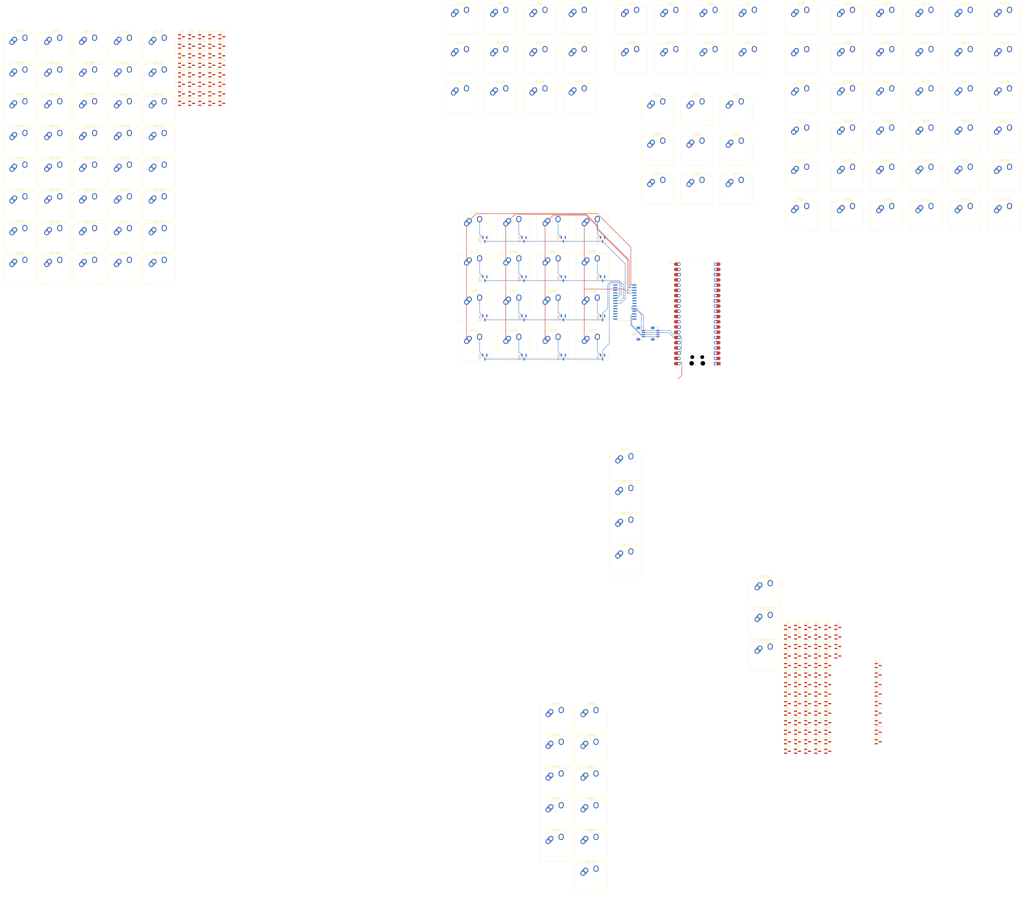
<source format=kicad_pcb>
(kicad_pcb (version 20241229) (generator "pcbnew") (generator_version "9.0")
  (layers (0 "F.Cu" signal) (2 "B.Cu" signal) (13 "F.Paste" user) (15 "B.Paste" user) (5 "F.SilkS" user "F.Silkscreen") (7 "B.SilkS" user "B.Silkscreen") (1 "F.Mask" user) (3 "B.Mask" user) (25 "Edge.Cuts" user))
  (net 0 "")
  (net 33 "ROW1")
  (net 34 "Net-(D1-A)")
  (net 35 "Net-(D2-A)")
  (net 36 "Net-(D3-A)")
  (net 37 "Net-(D4-A)")
  (net 38 "Net-(D5-A)")
  (net 39 "Net-(D6-A)")
  (net 40 "Net-(D7-A)")
  (net 41 "Net-(D8-A)")
  (net 42 "Net-(D9-A)")
  (net 43 "Net-(D10-A)")
  (net 44 "Net-(D11-A)")
  (net 45 "Net-(D12-A)")
  (net 46 "Net-(D13-A)")
  (net 47 "Net-(D14-A)")
  (net 48 "ROW2")
  (net 49 "Net-(D15-A)")
  (net 50 "Net-(D16-A)")
  (net 51 "Net-(D17-A)")
  (net 52 "Net-(D18-A)")
  (net 53 "Net-(D19-A)")
  (net 54 "ROW3")
  (net 55 "Net-(D20-A)")
  (net 56 "Net-(D21-A)")
  (net 57 "Net-(D22-A)")
  (net 58 "Net-(D23-A)")
  (net 59 "ROW4")
  (net 60 "Net-(D24-A)")
  (net 61 "Net-(D25-A)")
  (net 62 "Net-(D26-A)")
  (net 63 "Net-(D27-A)")
  (net 64 "Net-(D28-A)")
  (net 65 "ROW5")
  (net 66 "Net-(D29-A)")
  (net 67 "Net-(D30-A)")
  (net 68 "Net-(D31-A)")
  (net 69 "Net-(D32-A)")
  (net 70 "Net-(D33-A)")
  (net 71 "ROW6")
  (net 72 "Net-(D34-A)")
  (net 73 "Net-(D35-A)")
  (net 74 "Net-(D36-A)")
  (net 75 "Net-(D37-A)")
  (net 76 "Net-(D38-A)")
  (net 77 "Net-(D39-A)")
  (net 78 "Net-(D40-A)")
  (net 79 "Net-(D41-A)")
  (net 80 "Net-(D42-A)")
  (net 81 "Net-(D43-A)")
  (net 82 "Net-(D44-A)")
  (net 83 "Net-(D45-A)")
  (net 84 "Net-(D46-A)")
  (net 85 "Net-(D47-A)")
  (net 86 "Net-(D48-A)")
  (net 87 "Net-(D49-A)")
  (net 88 "Net-(D50-A)")
  (net 89 "Net-(D51-A)")
  (net 90 "Net-(D52-A)")
  (net 91 "Net-(D53-A)")
  (net 92 "Net-(D54-A)")
  (net 93 "Net-(D55-A)")
  (net 94 "Net-(D56-A)")
  (net 95 "Net-(D57-A)")
  (net 96 "Net-(D58-A)")
  (net 98 "Net-(D59-A)")
  (net 99 "Net-(D60-A)")
  (net 102 "Net-(D61-A)")
  (net 103 "Net-(D62-A)")
  (net 104 "Net-(D63-A)")
  (net 105 "Net-(D64-A)")
  (net 106 "Net-(D65-A)")
  (net 107 "Net-(D66-A)")
  (net 108 "Net-(D67-A)")
  (net 109 "Net-(D68-A)")
  (net 110 "Net-(D69-A)")
  (net 111 "Net-(D70-A)")
  (net 112 "Net-(D71-A)")
  (net 113 "Net-(D72-A)")
  (net 114 "Net-(D73-A)")
  (net 115 "Net-(D74-A)")
  (net 116 "/4x4Test/Row1")
  (net 117 "Net-(D75-A)")
  (net 118 "Net-(D76-A)")
  (net 119 "Net-(D77-A)")
  (net 120 "Net-(D78-A)")
  (net 121 "Net-(D79-A)")
  (net 122 "/4x4Test/Row2")
  (net 123 "Net-(D80-A)")
  (net 124 "Net-(D81-A)")
  (net 125 "Net-(D82-A)")
  (net 126 "Net-(D83-A)")
  (net 127 "/4x4Test/Row3")
  (net 128 "Net-(D84-A)")
  (net 129 "Net-(D85-A)")
  (net 130 "Net-(D86-A)")
  (net 131 "Net-(D87-A)")
  (net 132 "/4x4Test/Row4")
  (net 133 "Net-(D88-A)")
  (net 134 "Net-(D89-A)")
  (net 135 "Net-(D90-A)")
  (net 136 "Net-(D91-A)")
  (net 137 "Net-(D92-A)")
  (net 138 "Net-(D93-A)")
  (net 139 "Net-(D94-A)")
  (net 140 "Net-(D95-A)")
  (net 141 "Net-(D96-A)")
  (net 142 "Net-(D97-A)")
  (net 143 "Net-(D98-A)")
  (net 144 "Net-(D99-A)")
  (net 145 "Net-(D100-A)")
  (net 146 "Net-(D101-A)")
  (net 147 "Net-(D102-A)")
  (net 148 "Net-(D103-A)")
  (net 149 "Net-(D104-A)")
  (net 150 "Net-(D105-A)")
  (net 151 "Net-(D106-A)")
  (net 152 "Net-(D107-A)")
  (net 153 "Net-(D108-A)")
  (net 154 "Net-(D109-A)")
  (net 155 "Net-(D110-A)")
  (net 156 "Net-(D111-A)")
  (net 157 "Net-(D112-A)")
  (net 158 "Net-(D113-A)")
  (net 159 "Net-(D114-A)")
  (net 160 "Net-(D115-A)")
  (net 161 "Net-(D116-A)")
  (net 162 "Net-(D117-A)")
  (net 163 "Net-(D118-A)")
  (net 164 "Net-(D119-A)")
  (net 165 "Net-(D120-A)")
  (net 166 "Net-(D121-A)")
  (net 167 "Net-(D122-A)")
  (net 168 "Net-(D123-A)")
  (net 169 "Net-(D124-A)")
  (net 170 "Net-(D125-A)")
  (net 171 "Net-(D126-A)")
  (net 172 "Net-(D127-A)")
  (net 173 "Net-(D128-A)")
  (net 174 "Net-(D129-A)")
  (net 175 "Net-(D130-A)")
  (net 176 "Net-(D131-A)")
  (net 177 "Net-(D132-A)")
  (net 178 "Net-(D133-A)")
  (net 179 "Net-(D134-A)")
  (net 180 "Net-(D135-A)")
  (net 181 "Net-(D136-A)")
  (net 182 "Net-(D137-A)")
  (net 183 "Net-(D138-A)")
  (net 184 "Net-(D139-A)")
  (net 185 "COL2")
  (net 186 "COL3")
  (net 187 "COL4")
  (net 188 "COL5")
  (net 189 "COL6")
  (net 190 "COL7")
  (net 191 "COL8")
  (net 192 "COL9")
  (net 193 "COL10")
  (net 194 "COL11")
  (net 195 "COL12")
  (net 196 "COL13")
  (net 197 "COL1")
  (net 198 "COL14")
  (net 199 "Net-(D100-K)")
  (net 200 "Net-(D101-K)")
  (net 201 "Net-(D111-K)")
  (net 202 "Net-(D121-K)")
  (net 203 "/4x4Test/Col1")
  (net 204 "/4x4Test/Col2")
  (net 205 "/4x4Test/Col3")
  (net 206 "/4x4Test/Col4")
  (net 208 "Net-(SW102-Pad1)")
  (net 209 "Net-(SW103-Pad1)")
  (net 210 "Net-(SW104-Pad1)")
  (net 211 "Net-(SW105-Pad1)")
  (net 212 "Net-(SW106-Pad1)")
  (net 213 "Net-(SW107-Pad1)")
  (net 214 "Net-(SW108-Pad1)")
  (net 215 "Net-(SW109-Pad1)")
  (net 216 "Net-(SW100-Pad1)")
  (net 223 "/4x4Test/LED1")
  (net 224 "/4x4Test/LED3")
  (net 227 "Net-(JP1-B)")
  (net 228 "/4x4Test/LED2")
  (net 231 "Net-(JP3-B)")
  (net 233 "GND")
  (net 235 "VCC")
  (net 236 "/4x4Test/LED4")
  (net 237 "Net-(JP2-B)")
  (net 238 "/SCL")
  (net 239 "/SDA")
  (footprint "PCM_Switch_Keyboard_Hybrid:SW_Hybrid_Cherry_MX_Alps_1.00u" (layer "F.Cu") (at -161.44 38.952)
    (property "Reference" "SW107")
    (property "Value" "SW_Push")
  )
  (footprint "Diode_SMD:D_SOT-23_MMDB4148_BAS21_BAT54" (layer "F.Cu") (at 196.895 325.125)
    (property "Reference" "D58")
    (property "Value" "D_Small")
  )
  (footprint "Diode_SMD:D_SOT-23_MMDB4148_BAS21_BAT54" (layer "F.Cu") (at 192.005 339)
    (property "Reference" "D47")
    (property "Value" "D_Small")
  )
  (footprint "PCM_Switch_Keyboard_Hybrid:SW_Hybrid_Cherry_MX_Alps_1.00u" (layer "F.Cu") (at 263.525 63.5)
    (property "Reference" "SW23")
    (property "Value" "SW_Push")
  )
  (footprint "Diode_SMD:D_SOT-23_MMDB4148_BAS21_BAT54" (layer "F.Cu") (at 196.895 329.75)
    (property "Reference" "D59")
    (property "Value" "D_Small")
  )
  (footprint "Diode_SMD:D_SOT-23_MMDB4148_BAS21_BAT54" (layer "F.Cu") (at 196.895 380.625)
    (property "Reference" "D70")
    (property "Value" "D_Small")
  )
  (footprint "PCM_Switch_Keyboard_Hybrid:SW_Hybrid_Cherry_MX_Alps_1.00u" (layer "F.Cu") (at 282.575 25.4)
    (property "Reference" "SW134")
    (property "Value" "SW_Push")
  )
  (footprint "Diode_SMD:D_SOT-23_MMDB4148_BAS21_BAT54" (layer "F.Cu") (at 221.345 348.25)
    (property "Reference" "D133")
    (property "Value" "D_Small")
  )
  (footprint "PCM_Switch_Keyboard_Hybrid:SW_Hybrid_Cherry_MX_Alps_1.00u" (layer "F.Cu") (at 263.525 82.55)
    (property "Reference" "SW28")
    (property "Value" "SW_Push")
  )
  (footprint "PCM_Switch_Keyboard_Hybrid:SW_Hybrid_Cherry_MX_Alps_1.00u" (layer "F.Cu") (at 81.918 365.384)
    (property "Reference" "SW65")
    (property "Value" "SW_Push")
  )
  (footprint "Diode_SMD:D_SOT-23_MMDB4148_BAS21_BAT54" (layer "F.Cu") (at -116.735 33.65)
    (property "Reference" "D91")
    (property "Value" "D_Small")
  )
  (footprint "Diode_SMD:D_SOT-23_MMDB4148_BAS21_BAT54" (layer "F.Cu") (at 177.335 357.5)
    (property "Reference" "D9")
    (property "Value" "D_Small")
  )
  (footprint "Diode_SMD:D_SOT-23_MMDB4148_BAS21_BAT54" (layer "F.Cu") (at -106.955 33.65)
    (property "Reference" "D107")
    (property "Value" "D_Small")
  )
  (footprint "PCM_Switch_Keyboard_Hybrid:SW_Hybrid_Cherry_MX_Alps_1.00u" (layer "F.Cu") (at 152.4 69.85)
    (property "Reference" "SW58")
    (property "Value" "SW_Push")
  )
  (footprint "PCM_Switch_Keyboard_Hybrid:SW_Hybrid_Cherry_MX_Alps_1.00u" (layer "F.Cu") (at 206.375 44.45)
    (property "Reference" "SW15")
    (property "Value" "SW_Push")
  )
  (footprint "Diode_SMD:D_SOT-23_MMDB4148_BAS21_BAT54" (layer "F.Cu") (at 196.895 366.75)
    (property "Reference" "D67")
    (property "Value" "D_Small")
  )
  (footprint "Diode_SMD:D_SOT-23_MMDB4148_BAS21_BAT54" (layer "F.Cu") (at 177.335 334.375)
    (property "Reference" "D4")
    (property "Value" "D_Small")
  )
  (footprint "PCM_Switch_Keyboard_Hybrid:SW_Hybrid_Cherry_MX_Alps_1.00u" (layer "F.Cu") (at 282.575 44.45)
    (property "Reference" "SW135")
    (property "Value" "SW_Push")
  )
  (footprint "PCM_Switch_Keyboard_Hybrid:SW_Hybrid_Cherry_MX_Alps_1.00u" (layer "F.Cu") (at 63.5 146.05)
    (property "Reference" "SW81")
    (property "Value" "SW_Push")
  )
  (footprint "PCM_Switch_Keyboard_Hybrid:SW_Hybrid_Cherry_MX_Alps_1.00u" (layer "F.Cu") (at 282.575 120.65)
    (property "Reference" "SW139")
    (property "Value" "SW_Push")
  )
  (footprint "Diode_SMD:D_SOT-23_MMDB4148_BAS21_BAT54" (layer "F.Cu") (at 177.335 380.625)
    (property "Reference" "D14")
    (property "Value" "D_Small")
  )
  (footprint "Diode_SMD:D_SOT-23_MMDB4148_BAS21_BAT54" (layer "F.Cu") (at 221.345 371.375)
    (property "Reference" "D138")
    (property "Value" "D_Small")
  )
  (footprint "Diode_SMD:D_SOT-23_MMDB4148_BAS21_BAT54" (layer "F.Cu") (at 192.005 362.125)
    (property "Reference" "D52")
    (property "Value" "D_Small")
  )
  (footprint "PCM_Switch_Keyboard_Hybrid:SW_Hybrid_Cherry_MX_Alps_1.00u" (layer "F.Cu") (at -144.536 131.376)
    (property "Reference" "SW121")
    (property "Value" "SW_Push")
  )
  (footprint "PCM_Switch_Keyboard_Hybrid:SW_Hybrid_Cherry_MX_Alps_1.00u" (layer "F.Cu") (at 57.15 25.4)
    (property "Reference" "SW2")
    (property "Value" "SW_Push")
  )
  (footprint "Diode_SMD:D_SOT-23_MMDB4148_BAS21_BAT54" (layer "F.Cu") (at 187.115 380.625)
    (property "Reference" "D42")
    (property "Value" "D_Small")
  )
  (footprint "Diode_SMD:D_SOT-23_MMDB4148_BAS21_BAT54" (layer "F.Cu") (at 182.225 348.25)
    (property "Reference" "D21")
    (property "Value" "D_Small")
  )
  (footprint "Diode_SMD:D_SOT-23_MMDB4148_BAS21_BAT54" (layer "F.Cu") (at 201.785 320.5)
    (property "Reference" "D71")
    (property "Value" "D_Small")
  )
  (footprint "PCM_Switch_Keyboard_Hybrid:SW_Hybrid_Cherry_MX_Alps_1.00u" (layer "F.Cu") (at 81.918 411.596)
    (property "Reference" "SW68")
    (property "Value" "SW_Push")
  )
  (footprint "Diode_SMD:D_SOT-23_MMDB4148_BAS21_BAT54" (layer "F.Cu") (at 196.895 376)
    (property "Reference" "D69")
    (property "Value" "D_Small")
  )
  (footprint "PCM_Switch_Keyboard_Hybrid:SW_Hybrid_Cherry_MX_Alps_1.00u" (layer "F.Cu") (at 114.3 107.95)
    (property "Reference" "SW62")
    (property "Value" "SW_Push")
  )
  (footprint "Diode_SMD:D_SOT-23_MMDB4148_BAS21_BAT54" (layer "F.Cu") (at -116.735 61.4)
    (property "Reference" "D97")
    (property "Value" "D_Small")
  )
  (footprint "PCM_Switch_Keyboard_Hybrid:SW_Hybrid_Cherry_MX_Alps_1.00u" (layer "F.Cu") (at 282.575 101.6)
    (property "Reference" "SW138")
    (property "Value" "SW_Push")
  )
  (footprint "PCM_Switch_Keyboard_Hybrid:SW_Hybrid_Cherry_MX_Alps_1.00u" (layer "F.Cu") (at 19.05 44.45)
    (property "Reference" "SW43")
    (property "Value" "SW_Push")
  )
  (footprint "PCM_Switch_Keyboard_Hybrid:SW_Hybrid_Cherry_MX_Alps_1.00u" (layer "F.Cu") (at 63.5 184.15)
    (property "Reference" "SW89")
    (property "Value" "SW_Push")
  )
  (footprint "PCM_Switch_Keyboard_Hybrid:SW_Hybrid_Cherry_MX_Alps_1.00u" (layer "F.Cu") (at 225.425 82.55)
    (property "Reference" "SW26")
    (property "Value" "SW_Push")
  )
  (footprint "PCM_Switch_Keyboard_Hybrid:SW_Hybrid_Cherry_MX_Alps_1.00u" (layer "F.Cu") (at 44.45 184.15)
    (property "Reference" "SW88")
    (property "Value" "SW_Push")
  )
  (footprint "Diode_SMD:D_SOT-23_MMDB4148_BAS21_BAT54" (layer "F.Cu") (at 196.895 343.625)
    (property "Reference" "D62")
    (property "Value" "D_Small")
  )
  (footprint "PCM_Switch_Keyboard_Hybrid:SW_Hybrid_Cherry_MX_Alps_1.00u" (layer "F.Cu") (at 44.45 165.1)
    (property "Reference" "SW84")
    (property "Value" "SW_Push")
  )
  (footprint "Diode_SMD:D_SOT-23_MMDB4148_BAS21_BAT54" (layer "F.Cu") (at 182.225 325.125)
    (property "Reference" "D16")
    (property "Value" "D_Small")
  )
  (footprint "Diode_SMD:D_SOT-23_MMDB4148_BAS21_BAT54" (layer "F.Cu") (at -97.175 66.025)
    (property "Reference" "D130")
    (property "Value" "D_Small")
  )
  (footprint "PCM_Switch_Keyboard_Hybrid:SW_Hybrid_Cherry_MX_Alps_1.00u" (layer "F.Cu") (at -144.536 85.164)
    (property "Reference" "SW118")
    (property "Value" "SW_Push")
  )
  (footprint "PCM_Switch_Keyboard_Hybrid:SW_Hybrid_Cherry_MX_Alps_1.00u" (layer "F.Cu") (at -178.344 100.568)
    (property "Reference" "SW103")
    (property "Value" "SW_Push")
  )
  (footprint "PCM_Switch_Keyboard_Hybrid:SW_Hybrid_Cherry_MX_Alps_1.00u" (layer "F.Cu") (at -127.632 38.952)
    (property "Reference" "SW123")
    (property "Value" "SW_Push")
  )
  (footprint "PCM_Switch_Keyboard_Hybrid:SW_Hybrid_Cherry_MX_Alps_1.00u" (layer "F.Cu") (at 152.4 107.95)
    (property "Reference" "SW64")
    (property "Value" "SW_Push")
  )
  (footprint "PCM_Switch_Keyboard_Hybrid:SW_Hybrid_Cherry_MX_Alps_1.00u" (layer "F.Cu") (at 225.425 101.6)
    (property "Reference" "SW31")
    (property "Value" "SW_Push")
  )
  (footprint "PCM_Switch_Keyboard_Hybrid:SW_Hybrid_Cherry_MX_Alps_1.00u" (layer "F.Cu") (at 25.4 127)
    (property "Reference" "SW75")
    (property "Value" "SW_Push")
  )
  (footprint "PCM_Switch_Keyboard_Hybrid:SW_Hybrid_Cherry_MX_Alps_1.00u" (layer "F.Cu") (at 76.2 44.45)
    (property "Reference" "SW46")
    (property "Value" "SW_Push")
  )
  (footprint "PCM_Switch_Keyboard_Hybrid:SW_Hybrid_Cherry_MX_Alps_1.00u" (layer "F.Cu") (at -178.344 69.76)
    (property "Reference" "SW101")
    (property "Value" "SW_Push")
  )
  (footprint "PCM_Switch_Keyboard_Hybrid:SW_Hybrid_Cherry_MX_Alps_1.00u" (layer "F.Cu") (at 25.4 165.1)
    (property "Reference" "SW83")
    (property "Value" "SW_Push")
  )
  (footprint "Diode_SMD:D_SOT-23_MMDB4148_BAS21_BAT54" (layer "F.Cu") (at 201.785 334.375)
    (property "Reference" "D74")
    (property "Value" "D_Small")
  )
  (footprint "Diode_SMD:D_SOT-23_MMDB4148_BAS21_BAT54" (layer "F.Cu") (at 192.005 329.75)
    (property "Reference" "D45")
    (property "Value" "D_Small")
  )
  (footprint "PCM_Switch_Keyboard_Hybrid:SW_Hybrid_Cherry_MX_Alps_1.00u" (layer "F.Cu") (at -161.44 115.972)
    (property "Reference" "SW112")
    (property "Value" "SW_Push")
  )
  (footprint "PCM_Switch_Keyboard_Hybrid:SW_Hybrid_Cherry_MX_Alps_1.00u" (layer "F.Cu") (at 65.014 427)
    (property "Reference" "SW55")
    (property "Value" "SW_Push")
  )
  (footprint "PCM_Switch_Keyboard_Hybrid:SW_Hybrid_Cherry_MX_Alps_1.00u" (layer "F.Cu") (at -161.44 131.376)
    (property "Reference" "SW113")
    (property "Value" "SW_Push")
  )
  (footprint "Diode_SMD:D_SOT-23_MMDB4148_BAS21_BAT54" (layer "F.Cu") (at -116.735 42.9)
    (property "Reference" "D93")
    (property "Value" "D_Small")
  )
  (footprint "Diode_SMD:D_SOT-23_MMDB4148_BAS21_BAT54" (layer "F.Cu") (at 192.005 371.375)
    (property "Reference" "D54")
    (property "Value" "D_Small")
  )
  (footprint "Diode_SMD:D_SOT-23_MMDB4148_BAS21_BAT54" (layer "F.Cu") (at 221.345 339)
    (property "Reference" "D131")
    (property "Value" "D_Small")
  )
  (footprint "PCM_Switch_Keyboard_Hybrid:SW_Hybrid_Cherry_MX_Alps_1.00u" (layer "F.Cu") (at -195.248 131.376)
    (property "Reference" "SW97")
    (property "Value" "SW_Push")
  )
  (footprint "PCM_Switch_Keyboard_Hybrid:SW_Hybrid_Cherry_MX_Alps_1.00u" (layer "F.Cu") (at -144.536 54.356)
    (property "Reference" "SW116")
    (property "Value" "SW_Push")
  )
  (footprint "PCM_Switch_Keyboard_Hybrid:SW_Hybrid_Cherry_MX_Alps_1.00u" (layer "F.Cu") (at 57.15 63.5)
    (property "Reference" "SW49")
    (property "Value" "SW_Push")
  )
  (footprint "Diode_SMD:D_SOT-23_MMDB4148_BAS21_BAT54" (layer "F.Cu") (at 187.115 376)
    (property "Reference" "D41")
    (property "Value" "D_Small")
  )
  (footprint "Diode_SMD:D_SOT-23_MMDB4148_BAS21_BAT54" (layer "F.Cu") (at 182.225 352.875)
    (property "Reference" "D22")
    (property "Value" "D_Small")
  )
  (footprint "PCM_Switch_Keyboard_Hybrid:SW_Hybrid_Cherry_MX_Alps_1.00u" (layer "F.Cu") (at -144.536 38.952)
    (property "Reference" "SW115")
    (property "Value" "SW_Push")
  )
  (footprint "PCM_Switch_Keyboard_Hybrid:SW_Hybrid_Cherry_MX_Alps_1.00u" (layer "F.Cu") (at 76.2 25.4)
    (property "Reference" "SW3")
    (property "Value" "SW_Push")
  )
  (footprint "PCM_Switch_Keyboard_Hybrid:SW_Hybrid_Cherry_MX_Alps_1.00u" (layer "F.Cu") (at 244.475 101.6)
    (property "Reference" "SW32")
    (property "Value" "SW_Push")
  )
  (footprint "PCM_Switch_Keyboard_Hybrid:SW_Hybrid_Cherry_MX_Alps_1.00u" (layer "F.Cu") (at 244.475 120.65)
    (property "Reference" "SW37")
    (property "Value" "SW_Push")
  )
  (footprint "Diode_SMD:D_SOT-23_MMDB4148_BAS21_BAT54" (layer "F.Cu") (at 182.225 380.625)
    (property "Reference" "D28")
    (property "Value" "D_Small")
  )
  (footprint "PCM_Switch_Keyboard_Hybrid:SW_Hybrid_Cherry_MX_Alps_1.00u" (layer "F.Cu") (at 184.15 101.6)
    (property "Reference" "SW29")
    (property "Value" "SW_Push")
  )
  (footprint "Diode_SMD:D_SOT-23_MMDB4148_BAS21_BAT54" (layer "F.Cu") (at 182.225 366.75)
    (property "Reference" "D25")
    (property "Value" "D_Small")
  )
  (footprint "Module:RaspberryPi_Pico_Common_Unspecified" (layer "F.Cu") (at 133.556 168.25 180)
    (property "Reference" "A1")
    (property "Value" "RaspberryPi_Pico_W")
  )
  (footprint "Diode_SMD:D_SOT-23_MMDB4148_BAS21_BAT54" (layer "F.Cu") (at 196.895 339)
    (property "Reference" "D61")
    (property "Value" "D_Small")
  )
  (footprint "Diode_SMD:D_SOT-23_MMDB4148_BAS21_BAT54" (layer "F.Cu") (at 192.005 357.5)
    (property "Reference" "D51")
    (property "Value" "D_Small")
  )
  (footprint "PCM_Switch_Keyboard_Hybrid:SW_Hybrid_Cherry_MX_Alps_1.00u" (layer "F.Cu") (at 263.525 44.45)
    (property "Reference" "SW18")
    (property "Value" "SW_Push")
  )
  (footprint "PCM_Switch_Keyboard_Hybrid:SW_Hybrid_Cherry_MX_Alps_1.00u" (layer "F.Cu") (at 263.525 120.65)
    (property "Reference" "SW38")
    (property "Value" "SW_Push")
  )
  (footprint "PCM_Switch_Keyboard_Hybrid:SW_Hybrid_Cherry_MX_Alps_1.00u" (layer "F.Cu") (at 263.525 25.4)
    (property "Reference" "SW12")
    (property "Value" "SW_Push")
  )
  (footprint "Diode_SMD:D_SOT-23_MMDB4148_BAS21_BAT54" (layer "F.Cu") (at 187.115 325.125)
    (property "Reference" "D30")
    (property "Value" "D_Small")
  )
  (footprint "PCM_Switch_Keyboard_Hybrid:SW_Hybrid_Cherry_MX_Alps_1.00u" (layer "F.Cu") (at 166.438 319.172)
    (property "Reference" "SW132")
    (property "Value" "SW_Push")
  )
  (footprint "PCM_Switch_Keyboard_Hybrid:SW_Hybrid_Cherry_MX_Alps_1.00u" (layer "F.Cu") (at 19.05 25.4)
    (property "Reference" "SW13")
    (property "Value" "SW_Push")
  )
  (footprint "PCM_Switch_Keyboard_Hybrid:SW_Hybrid_Cherry_MX_Alps_1.00u" (layer "F.Cu") (at -144.536 146.78)
    (property "Reference" "SW122")
    (property "Value" "SW_Push")
  )
  (footprint "Diode_SMD:D_SOT-23_MMDB4148_BAS21_BAT54" (layer "F.Cu") (at 177.335 366.75)
    (property "Reference" "D11")
    (property "Value" "D_Small")
  )
  (footprint "PCM_Switch_Keyboard_Hybrid:SW_Hybrid_Cherry_MX_Alps_1.00u" (layer "F.Cu") (at 38.1 44.45)
    (property "Reference" "SW44")
    (property "Value" "SW_Push")
  )
  (footprint "PCM_Switch_Keyboard_Hybrid:SW_Hybrid_Cherry_MX_Alps_1.00u" (layer "F.Cu") (at -144.536 69.76)
    (property "Reference" "SW117")
    (property "Value" "SW_Push")
  )
  (footprint "PCM_Switch_Keyboard_Hybrid:SW_Hybrid_Cherry_MX_Alps_1.00u" (layer "F.Cu") (at 63.5 165.1)
    (property "Reference" "SW85")
    (property "Value" "SW_Push")
  )
  (footprint "Diode_SMD:D_SOT-23_MMDB4148_BAS21_BAT54" (layer "F.Cu") (at -102.065 33.65)
    (property "Reference" "D115")
    (property "Value" "D_Small")
  )
  (footprint "Diode_SMD:D_SOT-23_MMDB4148_BAS21_BAT54" (layer "F.Cu") (at -111.845 38.275)
    (property "Reference" "D100")
    (property "Value" "D_Small")
  )
  (footprint "PCM_Switch_Keyboard_Hybrid:SW_Hybrid_Cherry_MX_Alps_1.00u" (layer "F.Cu") (at 38.1 25.4)
    (property "Reference" "SW1")
    (property "Value" "SW_Push")
  )
  (footprint "Diode_SMD:D_SOT-23_MMDB4148_BAS21_BAT54" (layer "F.Cu") (at 177.335 348.25)
    (property "Reference" "D7")
    (property "Value" "D_Small")
  )
  (footprint "Diode_SMD:D_SOT-23_MMDB4148_BAS21_BAT54" (layer "F.Cu") (at 196.895 371.375)
    (property "Reference" "D68")
    (property "Value" "D_Small")
  )
  (footprint "Diode_SMD:D_SOT-23_MMDB4148_BAS21_BAT54" (layer "F.Cu") (at -97.175 56.775)
    (property "Reference" "D128")
    (property "Value" "D_Small")
  )
  (footprint "PCM_Switch_Keyboard_Hybrid:SW_Hybrid_Cherry_MX_Alps_1.00u" (layer "F.Cu") (at -195.248 100.568)
    (property "Reference" "SW95")
    (property "Value" "SW_Push")
  )
  (footprint "PCM_Switch_Keyboard_Hybrid:SW_Hybrid_Cherry_MX_Alps_1.00u" (layer "F.Cu") (at 244.475 25.4)
    (property "Reference" "SW11")
    (property "Value" "SW_Push")
  )
  (footprint "Diode_SMD:D_SOT-23_MMDB4148_BAS21_BAT54" (layer "F.Cu") (at -116.735 66.025)
    (property "Reference" "D98")
    (property "Value" "D_Small")
  )
  (footprint "Diode_SMD:D_SOT-23_MMDB4148_BAS21_BAT54" (layer "F.Cu") (at 196.895 348.25)
    (property "Reference" "D63")
    (property "Value" "D_Small")
  )
  (footprint "PCM_Switch_Keyboard_Hybrid:SW_Hybrid_Cherry_MX_Alps_1.00u" (layer "F.Cu") (at 206.375 25.4)
    (property "Reference" "SW9")
    (property "Value" "SW_Push")
  )
  (footprint "Diode_SMD:D_SOT-23_MMDB4148_BAS21_BAT54" (layer "F.Cu") (at 192.005 352.875)
    (property "Reference" "D50")
    (property "Value" "D_Small")
  )
  (footprint "PCM_Switch_Keyboard_Hybrid:SW_Hybrid_Cherry_MX_Alps_1.00u" (layer "F.Cu") (at 184.15 120.65)
    (property "Reference" "SW34")
    (property "Value" "SW_Push")
  )
  (footprint "Diode_SMD:D_SOT-23_MMDB4148_BAS21_BAT54" (layer "F.Cu") (at 187.115 366.75)
    (property "Reference" "D39")
    (property "Value" "D_Small")
  )
  (footprint "PCM_Switch_Keyboard_Hybrid:SW_Hybrid_Cherry_MX_Alps_1.00u" (layer "F.Cu") (at 184.15 82.55)
    (property "Reference" "SW24")
    (property "Value" "SW_Push")
  )
  (footprint "PCM_Switch_Keyboard_Hybrid:SW_Hybrid_Cherry_MX_Alps_1.00u" (layer "F.Cu") (at -195.248 54.356)
    (property "Reference" "SW92")
    (property "Value" "SW_Push")
  )
  (footprint "PCM_Switch_Keyboard_Hybrid:SW_Hybrid_Cherry_MX_Alps_1.00u" (layer "F.Cu") (at -127.632 146.78)
    (property "Reference" "SW130")
    (property "Value" "SW_Push")
  )
  (footprint "Diode_SMD:D_SOT-23_MMDB4148_BAS21_BAT54" (layer "F.Cu") (at 192.005 343.625)
    (property "Reference" "D48")
    (property "Value" "D_Small")
  )
  (footprint "Diode_SMD:D_SOT-23_MMDB4148_BAS21_BAT54" (layer "F.Cu") (at -97.175 38.275)
    (property "Reference" "D124")
    (property "Value" "D_Small")
  )
  (footprint "Diode_SMD:D_SOT-23_MMDB4148_BAS21_BAT54" (layer "F.Cu") (at 221.345 376)
    (property "Reference" "D139")
    (property "Value" "D_Small")
  )
  (footprint "Diode_SMD:D_SOT-23_MMDB4148_BAS21_BAT54" (layer "F.Cu") (at -97.175 47.525)
    (property "Reference" "D126")
    (property "Value" "D_Small")
  )
  (footprint "PCM_Switch_Keyboard_Hybrid:SW_Hybrid_Cherry_MX_Alps_1.00u" (layer "F.Cu") (at 120.65 25.4)
    (property "Reference" "SW5")
    (property "Value" "SW_Push")
  )
  (footprint "PCM_Switch_Keyboard_Hybrid:SW_Hybrid_Cherry_MX_Alps_1.00u" (layer "F.Cu") (at -195.248 85.164)
    (property "Reference" "SW94")
    (property "Value" "SW_Push")
  )
  (footprint "PCM_Switch_Keyboard_Hybrid:SW_Hybrid_Cherry_MX_Alps_1.00u" (layer "F.Cu") (at -161.44 54.356)
    (property "Reference" "SW108")
    (property "Value" "SW_Push")
  )
  (footprint "PCM_Switch_Keyboard_Hybrid:SW_Hybrid_Cherry_MX_Alps_1.00u" (layer "F.Cu") (at 25.4 146.05)
    (property "Reference" "SW79")
    (property "Value" "SW_Push")
  )
  (footprint "Diode_SMD:D_SOT-23_MMDB4148_BAS21_BAT54" (layer "F.Cu") (at -111.845 33.65)
    (property "Reference" "D99")
    (property "Value" "D_Small")
  )
  (footprint "Diode_SMD:D_SOT-23_MMDB4148_BAS21_BAT54" (layer "F.Cu") (at 221.345 362.125)
    (property "Reference" "D136")
    (property "Value" "D_Small")
  )
  (footprint "PCM_Switch_Keyboard_Hybrid:SW_Hybrid_Cherry_MX_Alps_1.00u" (layer "F.Cu") (at -144.536 115.972)
    (property "Reference" "SW120")
    (property "Value" "SW_Push")
  )
  (footprint "Diode_SMD:D_SOT-23_MMDB4148_BAS21_BAT54" (layer "F.Cu") (at -116.735 47.525)
    (property "Reference" "D94")
    (property "Value" "D_Small")
  )
  (footprint "PCM_Switch_Keyboard_Hybrid:SW_Hybrid_Cherry_MX_Alps_1.00u" (layer "F.Cu") (at 101.6 25.4)
    (property "Reference" "SW4")
    (property "Value" "SW_Push")
  )
  (footprint "Diode_SMD:D_SOT-23_MMDB4148_BAS21_BAT54" (layer "F.Cu") (at -111.845 52.15)
    (property "Reference" "D103")
    (property "Value" "D_Small")
  )
  (footprint "Diode_SMD:D_SOT-23_MMDB4148_BAS21_BAT54" (layer "F.Cu") (at -102.065 38.275)
    (property "Reference" "D116")
    (property "Value" "D_Small")
  )
  (footprint "Diode_SMD:D_SOT-23_MMDB4148_BAS21_BAT54" (layer "F.Cu") (at -106.955 52.15)
    (property "Reference" "D111")
    (property "Value" "D_Small")
  )
  (footprint "Diode_SMD:D_SOT-23_MMDB4148_BAS21_BAT54" (layer "F.Cu") (at -111.845 56.775)
    (property "Reference" "D104")
    (property "Value" "D_Small")
  )
  (footprint "PCM_Switch_Keyboard_Hybrid:SW_Hybrid_Cherry_MX_Alps_1.00u" (layer "F.Cu") (at 282.575 63.5)
    (property "Reference" "SW136")
    (property "Value" "SW_Push")
  )
  (footprint "Diode_SMD:D_SOT-23_MMDB4148_BAS21_BAT54" (layer "F.Cu") (at 187.115 371.375)
    (property "Reference" "D40")
    (property "Value" "D_Small")
  )
  (footprint "PCM_Switch_Keyboard_Hybrid:SW_Hybrid_Cherry_MX_Alps_1.00u" (layer "F.Cu") (at 225.425 44.45)
    (property "Reference" "SW16")
    (property "Value" "SW_Push")
  )
  (footprint "PCM_Switch_Keyboard_Hybrid:SW_Hybrid_Cherry_MX_Alps_1.00u" (layer "F.Cu") (at 120.65 44.45)
    (property "Reference" "SW40")
    (property "Value" "SW_Push")
  )
  (footprint "PCM_Switch_Keyboard_Hybrid:SW_Hybrid_Cherry_MX_Alps_1.00u" (layer "F.Cu") (at 133.35 88.9)
    (property "Reference" "SW60")
    (property "Value" "SW_Push")
  )
  (footprint "PCM_Switch_Keyboard_Hybrid:SW_Hybrid_Cherry_MX_Alps_1.00u" (layer "F.Cu") (at 44.45 146.05)
    (property "Reference" "SW80")
    (property "Value" "SW_Push")
  )
  (footprint "PCM_Switch_Keyboard_Hybrid:SW_Hybrid_Cherry_MX_Alps_1.00u" (layer "F.Cu") (at -127.632 54.356)
    (property "Reference" "SW124")
    (property "Value" "SW_Push")
  )
  (footprint "Diode_SMD:D_SOT-23_MMDB4148_BAS21_BAT54" (layer "F.Cu") (at 196.895 352.875)
    (property "Reference" "D64")
    (property "Value" "D_Small")
  )
  (footprint "PCM_Switch_Keyboard_Hybrid:SW_Hybrid_Cherry_MX_Alps_1.00u" (layer "F.Cu") (at -127.632 100.568)
    (property "Reference" "SW127")
    (property "Value" "SW_Push")
  )
  (footprint "PCM_Switch_Keyboard_Hybrid:SW_Hybrid_Cherry_MX_Alps_1.00u" (layer "F.Cu") (at 206.375 120.65)
    (property "Reference" "SW35")
    (property "Value" "SW_Push")
  )
  (footprint "PCM_Switch_Keyboard_Hybrid:SW_Hybrid_Cherry_MX_Alps_1.00u" (layer "F.Cu") (at -195.248 38.952)
    (property "Reference" "SW91")
    (property "Value" "SW_Push")
  )
  (footprint "Diode_SMD:D_SOT-23_MMDB4148_BAS21_BAT54" (layer "F.Cu") (at 177.335 362.125)
    (property "Reference" "D10")
    (property "Value" "D_Small")
  )
  (footprint "PCM_Switch_Keyboard_Hybrid:SW_Hybrid_Cherry_MX_Alps_1.00u" (layer "F.Cu") (at -178.344 54.356)
    (property "Reference" "SW100")
    (property "Value" "SW_Push")
  )
  (footprint "PCM_Switch_Keyboard_Hybrid:SW_Hybrid_Cherry_MX_Alps_1.00u" (layer "F.Cu") (at 244.475 44.45)
    (property "Reference" "SW17")
    (property "Value" "SW_Push")
  )
  (footprint "PCM_Switch_Keyboard_Hybrid:SW_Hybrid_Cherry_MX_Alps_1.00u" (layer "F.Cu") (at 25.4 184.15)
    (property "Reference" "SW87")
    (property "Value" "SW_Push")
  )
  (footprint "Diode_SMD:D_SOT-23_MMDB4148_BAS21_BAT54" (layer "F.Cu") (at -97.175 61.4)
    (property "Reference" "D129")
    (property "Value" "D_Small")
  )
  (footprint "PCM_Switch_Keyboard_Hybrid:SW_Hybrid_Cherry_MX_Alps_1.00u" (layer "F.Cu") (at 65.014 365.384)
    (property "Reference" "SW51")
    (property "Value" "SW_Push")
  )
  (footprint "Diode_SMD:D_SOT-23_MMDB4148_BAS21_BAT54" (layer "F.Cu") (at 201.785 329.75)
    (property "Reference" "D73")
    (property "Value" "D_Small")
  )
  (footprint "PCM_Switch_Keyboard_Hybrid:SW_Hybrid_Cherry_MX_Alps_1.00u" (layer "F.Cu") (at 38.1 63.5)
    (property "Reference" "SW48")
    (property "Value" "SW_Push")
  )
  (footprint "Diode_SMD:D_SOT-23_MMDB4148_BAS21_BAT54" (layer "F.Cu") (at 187.115 320.5)
    (property "Reference" "D29")
    (property "Value" "D_Small")
  )
  (footprint "PCM_Switch_Keyboard_Hybrid:SW_Hybrid_Cherry_MX_Alps_1.00u" (layer "F.Cu") (at 76.2 63.5)
    (property "Reference" "SW50")
    (property "Value" "SW_Push")
  )
  (footprint "PCM_Switch_Keyboard_Hybrid:SW_Hybrid_Cherry_MX_Alps_1.00u" (layer "F.Cu") (at 184.15 44.45)
    (property "Reference" "SW14")
    (property "Value" "SW_Push")
  )
  (footprint "PCM_Switch_Keyboard_Hybrid:SW_Hybrid_Cherry_MX_Alps_1.00u" (layer "F.Cu") (at 81.918 427)
    (property "Reference" "SW69")
    (property "Value" "SW_Push")
  )
  (footprint "PCM_Switch_Keyboard_Hybrid:SW_Hybrid_Cherry_MX_Alps_1.00u" (layer "F.Cu") (at 158.75 44.45)
    (property "Reference" "SW42")
    (property "Value" "SW_Push")
  )
  (footprint "PCM_Switch_Keyboard_Hybrid:SW_Hybrid_Cherry_MX_Alps_1.00u" (layer "F.Cu") (at 82.55 127)
    (property "Reference" "SW78")
    (property "Value" "SW_Push")
  )
  (footprint "PCM_Switch_Keyboard_Hybrid:SW_Hybrid_Cherry_MX_Alps_1.00u" (layer "F.Cu") (at 98.822 288.364)
    (property "Reference" "SW74")
    (property "Value" "SW_Push")
  )
  (footprint "Diode_SMD:D_SOT-23_MMDB4148_BAS21_BAT54" (layer "F.Cu") (at 177.335 325.125)
    (property "Reference" "D2")
    (property "Value" "D_Small")
  )
  (footprint "Diode_SMD:D_SOT-23_MMDB4148_BAS21_BAT54" (layer "F.Cu") (at 177.335 376)
    (property "Reference" "D13")
    (property "Value" "D_Small")
  )
  (footprint "Diode_SMD:D_SOT-23_MMDB4148_BAS21_BAT54" (layer "F.Cu") (at 192.005 325.125)
    (property "Reference" "D44")
    (property "Value" "D_Small")
  )
  (footprint "Diode_SMD:D_SOT-23_MMDB4148_BAS21_BAT54" (layer "F.Cu") (at -111.845 66.025)
    (property "Reference" "D106")
    (property "Value" "D_Small")
  )
  (footprint "PCM_Switch_Keyboard_Hybrid:SW_Hybrid_Cherry_MX_Alps_1.00u" (layer "F.Cu") (at 206.375 63.5)
    (property "Reference" "SW20")
    (property "Value" "SW_Push")
  )
  (footprint "PCM_Switch_Keyboard_Hybrid:SW_Hybrid_Cherry_MX_Alps_1.00u" (layer "F.Cu") (at -161.44 100.568)
    (property "Reference" "SW111")
    (property "Value" "SW_Push")
  )
  (footprint "PCM_Switch_Keyboard_Hybrid:SW_Hybrid_Cherry_MX_Alps_1.00u" (layer "F.Cu") (at 98.822 242.152)
    (property "Reference" "SW71")
    (property "Value" "SW_Push")
  )
  (footprint "PCM_Switch_Keyboard_Hybrid:SW_Hybrid_Cherry_MX_Alps_1.00u" (layer "F.Cu") (at 225.425 120.65)
    (property "Reference" "SW36")
    (property "Value" "SW_Push")
  )
  (footprint "PCM_Switch_Keyboard_Hybrid:SW_Hybrid_Cherry_MX_Alps_1.00u" (layer "F.Cu") (at 225.425 25.4)
    (property "Reference" "SW10")
    (property "Value" "SW_Push")
  )
  (footprint "PCM_Switch_Keyboard_Hybrid:SW_Hybrid_Cherry_MX_Alps_1.00u" (layer "F.Cu") (at 166.438 334.576)
    (property "Reference" "SW133")
    (property "Value" "SW_Push")
  )
  (footprint "PCM_Switch_Keyboard_Hybrid:SW_Hybrid_Cherry_MX_Alps_1.00u" (layer "F.Cu") (at 133.35 69.85)
    (property "Reference" "SW57")
    (property "Value" "SW_Push")
  )
  (footprint "Diode_SMD:D_SOT-23_MMDB4148_BAS21_BAT54" (layer "F.Cu") (at 192.005 348.25)
    (property "Reference" "D49")
    (property "Value" "D_Small")
  )
  (footprint "Diode_SMD:D_SOT-23_MMDB4148_BAS21_BAT54" (layer "F.Cu") (at 187.115 329.75)
    (property "Reference" "D31")
    (property "Value" "D_Small")
  )
  (footprint "Diode_SMD:D_SOT-23_MMDB4148_BAS21_BAT54" (layer "F.Cu") (at -102.065 47.525)
    (property "Reference" "D118")
    (property "Value" "D_Small")
  )
  (footprint "Diode_SMD:D_SOT-23_MMDB4148_BAS21_BAT54" (layer "F.Cu") (at 187.115 348.25)
    (property "Reference" "D35")
    (property "Value" "D_Small")
  )
  (footprint "PCM_Switch_Keyboard_Hybrid:SW_Hybrid_Cherry_MX_Alps_1.00u" (layer "F.Cu") (at 82.55 184.15)
    (property "Reference" "SW90")
    (property "Value" "SW_Push")
  )
  (footprint "PCM_Switch_Keyboard_Hybrid:SW_Hybrid_Cherry_MX_Alps_1.00u" (layer "F.Cu") (at 101.6 44.45)
    (property "Reference" "SW39")
    (property "Value" "SW_Push")
  )
  (footprint "PCM_Switch_Keyboard_Hybrid:SW_Hybrid_Cherry_MX_Alps_1.00u" (layer "F.Cu") (at 225.425 63.5)
    (property "Reference" "SW21")
    (property "Value" "SW_Push")
  )
  (footprint "Diode_SMD:D_SOT-23_MMDB4148_BAS21_BAT54" (layer "F.Cu") (at -97.175 52.15)
    (property "Reference" "D127")
    (property "Value" "D_Small")
  )
  (footprint "Diode_SMD:D_SOT-23_MMDB4148_BAS21_BAT54" (layer "F.Cu") (at -102.065 52.15)
    (property "Reference" "D119")
    (property "Value" "D_Small")
  )
  (footprint "PCM_Switch_Keyboard_Hybrid:SW_Hybrid_Cherry_MX_Alps_1.00u" (layer "F.Cu") (at 63.5 127)
    (property "Reference" "SW77")
    (property "Value" "SW_Push")
  )
  (footprint "PCM_Switch_Keyboard_Hybrid:SW_Hybrid_Cherry_MX_Alps_1.00u" (layer "F.Cu") (at -161.44 69.76)
    (property "Reference" "SW109")
    (property "Value" "SW_Push")
  )
  (footprint "Diode_SMD:D_SOT-23_MMDB4148_BAS21_BAT54" (layer "F.Cu") (at 221.345 366.75)
    (property "Reference" "D137")
    (property "Value" "D_Small")
  )
  (footprint "Diode_SMD:D_SOT-23_MMDB4148_BAS21_BAT54" (layer "F.Cu") (at 187.115 343.625)
    (property "Reference" "D34")
    (property "Value" "D_Small")
  )
  (footprint "PCM_Switch_Keyboard_Hybrid:SW_Hybrid_Cherry_MX_Alps_1.00u" (layer "F.Cu") (at -127.632 85.164)
    (property "Reference" "SW126")
    (property "Value" "SW_Push")
  )
  (footprint "PCM_Switch_Keyboard_Hybrid:SW_Hybrid_Cherry_MX_Alps_1.00u" (layer "F.Cu") (at 184.15 25.4)
    (property "Reference" "SW8")
    (property "Value" "SW_Push")
  )
  (footprint "Diode_SMD:D_SOT-23_MMDB4148_BAS21_BAT54" (layer "F.Cu") (at 182.225 371.375)
    (property "Reference" "D26")
    (property "Value" "D_Small")
  )
  (footprint "PCM_Switch_Keyboard_Hybrid:SW_Hybrid_Cherry_MX_Alps_1.00u" (layer "F.Cu") (at -161.44 146.78)
    (property "Reference" "SW114")
    (property "Value" "SW_Push")
  )
  (footprint "PCM_Switch_Keyboard_Hybrid:SW_Hybrid_Cherry_MX_Alps_1.00u" (layer "F.Cu") (at 82.55 165.1)
    (property "Reference" "SW86")
    (property "Value" "SW_Push")
  )
  (footprint "Diode_SMD:D_SOT-23_MMDB4148_BAS21_BAT54" (layer "F.Cu") (at 196.895 334.375)
    (property "Reference" "D60")
    (property "Value" "D_Small")
  )
  (footprint "Diode_SMD:D_SOT-23_MMDB4148_BAS21_BAT54" (layer "F.Cu") (at -111.845 47.525)
    (property "Reference" "D102")
    (property "Value" "D_Small")
  )
  (footprint "Diode_SMD:D_SOT-23_MMDB4148_BAS21_BAT54" (layer "F.Cu") (at 192.005 366.75)
    (property "Reference" "D53")
    (property "Value" "D_Small")
  )
  (footprint "Diode_SMD:D_SOT-23_MMDB4148_BAS21_BAT54" (layer "F.Cu") (at 182.225 329.75)
    (property "Reference" "D17")
    (property "Value" "D_Small")
  )
  (footprint "Diode_SMD:D_SOT-23_MMDB4148_BAS21_BAT54" (layer "F.Cu") (at 192.005 380.625)
    (property "Reference" "D56")
    (property "Value" "D_Small")
  )
  (footprint "Diode_SMD:D_SOT-23_MMDB4148_BAS21_BAT54" (layer "F.Cu") (at 192.005 320.5)
    (property "Reference" "D43")
    (property "Value" "D_Small")
  )
  (footprint "PCM_Switch_Keyboard_Hybrid:SW_Hybrid_Cherry_MX_Alps_1.00u" (layer "F.Cu") (at 81.918 396.192)
    (property "Reference" "SW67")
    (property "Value" "SW_Push")
  )
  (footprint "PCM_Switch_Keyboard_Hybrid:SW_Hybrid_Cherry_MX_Alps_1.00u" (layer "F.Cu") (at -178.344 115.972)
    (property "Reference" "SW104")
    (property "Value" "SW_Push")
  )
  (footprint "PCM_Switch_Keyboard_Hybrid:SW_Hybrid_Cherry_MX_Alps_1.00u" (layer "F.Cu") (at -195.248 146.78)
    (property "Reference" "SW98")
    (property "Value" "SW_Push")
  )
  (footprint "PCM_Switch_Keyboard_Hybrid:SW_Hybrid_Cherry_MX_Alps_1.00u" (layer "F.Cu") (at -195.248 69.76)
    (property "Reference" "SW93")
    (property "Value" "SW_Push")
  )
  (footprint "Diode_SMD:D_SOT-23_MMDB4148_BAS21_BAT54" (layer "F.Cu") (at 177.335 371.375)
    (property "Reference" "D12")
    (property "Value" "D_Small")
  )
  (footprint "Diode_SMD:D_SOT-23_MMDB4148_BAS21_BAT54" (layer "F.Cu") (at 182.225 339)
    (property "Reference" "D19")
    (property "Value" "D_Small")
  )
  (footprint "PCM_Switch_Keyboard_Hybrid:SW_Hybrid_Cherry_MX_Alps_1.00u" (layer "F.Cu") (at 282.575 82.55)
    (property "Reference" "SW137")
    (property "Value" "SW_Push")
  )
  (footprint "Diode_SMD:D_SOT-23_MMDB4148_BAS21_BAT54" (layer "F.Cu") (at -102.065 61.4)
    (property "Reference" "D121")
    (property "Value" "D_Small")
  )
  (footprint "PCM_Switch_Keyboard_Hybrid:SW_Hybrid_Cherry_MX_Alps_1.00u" (layer "F.Cu") (at -161.44 85.164)
    (property "Reference" "SW110")
    (property "Value" "SW_Push")
  )
  (footprint "Diode_SMD:D_SOT-23_MMDB4148_BAS21_BAT54" (layer "F.Cu") (at -97.175 33.65)
    (property "Reference" "D123")
    (property "Value" "D_Small")
  )
  (footprint "PCM_Switch_Keyboard_Hybrid:SW_Hybrid_Cherry_MX_Alps_1.00u" (layer "F.Cu") (at 139.7 44.45)
    (property "Reference" "SW41")
    (property "Value" "SW_Push")
  )
  (footprint "Diode_SMD:D_SOT-23_MMDB4148_BAS21_BAT54" (layer "F.Cu") (at 196.895 320.5)
    (property "Reference" "D57")
    (property "Value" "D_Small")
  )
  (footprint "PCM_Switch_Keyboard_Hybrid:SW_Hybrid_Cherry_MX_Alps_1.00u" (layer "F.Cu") (at 152.4 88.9)
    (property "Reference" "SW61")
    (property "Value" "SW_Push")
  )
  (footprint "Diode_SMD:D_SOT-23_MMDB4148_BAS21_BAT54" (layer "F.Cu") (at -97.175 42.9)
    (property "Reference" "D125")
    (property "Value" "D_Small")
  )
  (footprint "Diode_SMD:D_SOT-23_MMDB4148_BAS21_BAT54" (layer "F.Cu") (at 177.335 329.75)
    (property "Reference" "D3")
    (property "Value" "D_Small")
  )
  (footprint "PCM_Switch_Keyboard_Hybrid:SW_Hybrid_Cherry_MX_Alps_1.00u" (layer "F.Cu") (at 244.475 63.5)
    (property "Reference" "SW22")
    (property "Value" "SW_Push")
  )
  (footprint "PCM_Switch_Keyboard_Hybrid:SW_Hybrid_Cherry_MX_Alps_1.00u" (layer "F.Cu") (at 57.15 44.45)
    (property "Reference" "SW45")
    (property "Value" "SW_Push")
  )
  (footprint "Diode_SMD:D_SOT-23_MMDB4148_BAS21_BAT54" (layer "F.Cu") (at 182.225 320.5)
    (property "Reference" "D15")
    (property "Value" "D_Small")
  )
  (footprint "PCM_Switch_Keyboard_Hybrid:SW_Hybrid_Cherry_MX_Alps_1.00u" (layer "F.Cu") (at -178.344 38.952)
    (property "Reference" "SW99")
    (property "Value" "SW_Push")
  )
  (footprint "Diode_SMD:D_SOT-23_MMDB4148_BAS21_BAT54" (layer "F.Cu") (at 182.225 362.125)
    (property "Reference" "D24")
    (property "Value" "D_Small")
  )
  (footprint "Diode_SMD:D_SOT-23_MMDB4148_BAS21_BAT54" (layer "F.Cu") (at 187.115 352.875)
    (property "Reference" "D36")
    (property "Value" "D_Small")
  )
  (footprint "PCM_Switch_Keyboard_Hybrid:SW_Hybrid_Cherry_MX_Alps_1.00u" (layer "F.Cu") (at -127.632 69.76)
    (property "Reference" "SW125")
    (property "Value" "SW_Push")
  )
  (footprint "Diode_SMD:D_SOT-23_MMDB4148_BAS21_BAT54" (layer "F.Cu") (at 182.225 357.5)
    (property "Reference" "D23")
    (property "Value" "D_Small")
  )
  (footprint "Diode_SMD:D_SOT-23_MMDB4148_BAS21_BAT54" (layer "F.Cu") (at -106.955 47.525)
    (property "Reference" "D110")
    (property "Value" "D_Small")
  )
  (footprint "Diode_SMD:D_SOT-23_MMDB4148_BAS21_BAT54" (layer "F.Cu") (at 177.335 352.875)
    (property "Reference" "D8")
    (property "Value" "D_Small")
  )
  (footprint "Diode_SMD:D_SOT-23_MMDB4148_BAS21_BAT54" (layer "F.Cu") (at -116.735 38.275)
    (property "Reference" "D92")
    (property "Value" "D_Small")
  )
  (footprint "PCM_Switch_Keyboard_Hybrid:SW_Hybrid_Cherry_MX_Alps_1.00u" (layer "F.Cu") (at 263.525 101.6)
    (property "Reference" "SW33")
    (property "Value" "SW_Push")
  )
  (footprint "PCM_Switch_Keyboard_Hybrid:SW_Hybrid_Cherry_MX_Alps_1.00u" (layer "F.Cu") (at 139.7 25.4)
    (property "Reference" "SW6")
    (property "Value" "SW_Push")
  )
  (footprint "PCM_Switch_Keyboard_Hybrid:SW_Hybrid_Cherry_MX_Alps_1.00u" (layer "F.Cu") (at 81.918 380.788)
    (property "Reference" "SW66")
    (property "Value" "SW_Push")
  )
  (footprint "PCM_Switch_Keyboard_Hybrid:SW_Hybrid_Cherry_MX_Alps_1.00u" (layer "F.Cu") (at -144.536 100.568)
    (property "Reference" "SW119")
    (property "Value" "SW_Push")
  )
  (footprint "Diode_SMD:D_SOT-23_MMDB4148_BAS21_BAT54" (layer "F.Cu") (at 187.115 339)
    (property "Reference" "D33")
    (property "Value" "D_Small")
  )
  (footprint "PCM_Switch_Keyboard_Hybrid:SW_Hybrid_Cherry_MX_Alps_1.00u" (layer "F.Cu") (at -127.632 115.972)
    (property "Reference" "SW128")
    (property "Value" "SW_Push")
  )
  (footprint "Diode_SMD:D_SOT-23_MMDB4148_BAS21_BAT54" (layer "F.Cu") (at -106.955 61.4)
    (property "Reference" "D113")
    (property "Value" "D_Small")
  )
  (footprint "Diode_SMD:D_SOT-23_MMDB4148_BAS21_BAT54" (layer "F.Cu") (at -102.065 66.025)
    (property "Reference" "D122")
    (property "Value" "D_Small")
  )
  (footprint "PCM_Switch_Keyboard_Hybrid:SW_Hybrid_Cherry_MX_Alps_1.00u" (layer "F.Cu") (at 133.35 107.95)
    (property "Reference" "SW63")
    (property "Value" "SW_Push")
  )
  (footprint "Diode_SMD:D_SOT-23_MMDB4148_BAS21_BAT54" (layer "F.Cu") (at 187.115 334.375)
    (property "Reference" "D32")
    (property "Value" "D_Small")
  )
  (footprint "PCM_Switch_Keyboard_Hybrid:SW_Hybrid_Cherry_MX_Alps_1.00u" (layer "F.Cu") (at -178.344 146.78)
    (property "Reference" "SW106")
    (property "Value" "SW_Push")
  )
  (footprint "PCM_Switch_Keyboard_Hybrid:SW_Hybrid_Cherry_MX_Alps_1.00u" (layer "F.Cu") (at 206.375 82.55)
    (property "Reference" "SW25")
    (property "Value" "SW_Push")
  )
  (footprint "PCM_Switch_Keyboard_Hybrid:SW_Hybrid_Cherry_MX_Alps_1.00u" (layer "F.Cu") (at 184.15 63.5)
    (property "Reference" "SW19")
    (property "Value" "SW_Push")
  )
  (footprint "Diode_SMD:D_SOT-23_MMDB4148_BAS21_BAT54" (layer "F.Cu") (at 177.335 320.5)
    (property "Reference" "D1")
    (property "Value" "D_Small")
  )
  (footprint "PCM_Switch_Keyboard_Hybrid:SW_Hybrid_Cherry_MX_Alps_1.00u" (layer "F.Cu") (at -195.248 115.972)
    (property "Reference" "SW96")
    (property "Value" "SW_Push")
  )
  (footprint "PCM_Switch_Keyboard_Hybrid:SW_Hybrid_Cherry_MX_Alps_1.00u" (layer "F.Cu") (at 166.438 303.768)
    (property "Reference" "SW131")
    (property "Value" "SW_Push")
  )
  (footprint "PCM_Switch_Keyboard_Hybrid:SW_Hybrid_Cherry_MX_Alps_1.00u" (layer "F.Cu") (at 244.475 82.55)
    (property "Reference" "SW27")
    (property "Value" "SW_Push")
  )
  (footprint "PCM_Switch_Keyboard_Hybrid:SW_Hybrid_Cherry_MX_Alps_1.00u" (layer "F.Cu") (at 206.375 101.6)
    (property "Reference" "SW30")
    (property "Value" "SW_Push")
  )
  (footprint "Diode_SMD:D_SOT-23_MMDB4148_BAS21_BAT54" (layer "F.Cu") (at 221.345 357.5)
    (property "Reference" "D135")
    (property "Value" "D_Small")
  )
  (footprint "Diode_SMD:D_SOT-23_MMDB4148_BAS21_BAT54" (layer "F.Cu") (at -102.065 42.9)
    (property "Reference" "D117")
    (property "Value" "D_Small")
  )
  (footprint "Diode_SMD:D_SOT-23_MMDB4148_BAS21_BAT54" (layer "F.Cu") (at -106.955 56.775)
    (property "Reference" "D112")
    (property "Value" "D_Small")
  )
  (footprint "Diode_SMD:D_SOT-23_MMDB4148_BAS21_BAT54" (layer "F.Cu") (at 192.005 376)
    (property "Reference" "D55")
    (property "Value" "D_Small")
  )
  (footprint "Diode_SMD:D_SOT-23_MMDB4148_BAS21_BAT54" (layer "F.Cu") (at 187.115 362.125)
    (property "Reference" "D38")
    (property "Value" "D_Small")
  )
  (footprint "Diode_SMD:D_SOT-23_MMDB4148_BAS21_BAT54" (layer "F.Cu") (at 196.895 362.125)
    (property "Reference" "D66")
    (property "Value" "D_Small")
  )
  (footprint "Diode_SMD:D_SOT-23_MMDB4148_BAS21_BAT54" (layer "F.Cu") (at -111.845 61.4)
    (property "Reference" "D105")
    (property "Value" "D_Small")
  )
  (footprint "PCM_Switch_Keyboard_Hybrid:SW_Hybrid_Cherry_MX_Alps_1.00u" (layer "F.Cu") (at 98.822 257.556)
    (property "Reference" "SW72")
    (property "Value" "SW_Push")
  )
  (footprint "Diode_SMD:D_SOT-23_MMDB4148_BAS21_BAT54" (layer "F.Cu") (at -106.955 66.025)
    (property "Reference" "D114")
    (property "Value" "D_Small")
  )
  (footprint "Diode_SMD:D_SOT-23_MMDB4148_BAS21_BAT54" (layer "F.Cu") (at 182.225 343.625)
    (property "Reference" "D20")
    (property "Value" "D_Small")
  )
  (footprint "PCM_Switch_Keyboard_Hybrid:SW_Hybrid_Cherry_MX_Alps_1.00u" (layer "F.Cu") (at 114.3 69.85)
    (property "Reference" "SW56")
    (property "Value" "SW_Push")
  )
  (footprint "PCM_Switch_Keyboard_Hybrid:SW_Hybrid_Cherry_MX_Alps_1.00u" (layer "F.Cu") (at 114.3 88.9)
    (property "Reference" "SW59")
    (property "Value" "SW_Push")
  )
  (footprint "Diode_SMD:D_SOT-23_MMDB4148_BAS21_BAT54" (layer "F.Cu") (at 182.225 376)
    (property "Reference" "D27")
    (property "Value" "D_Small")
  )
  (footprint "PCM_Switch_Keyboard_Hybrid:SW_Hybrid_Cherry_MX_Alps_1.00u" (layer "F.Cu") (at 82.55 146.05)
    (property "Reference" "SW82")
    (property "Value" "SW_Push")
  )
  (footprint "Diode_SMD:D_SOT-23_MMDB4148_BAS21_BAT54" (layer "F.Cu") (at -102.065 56.775)
    (property "Reference" "D120")
    (property "Value" "D_Small")
  )
  (footprint "Diode_SMD:D_SOT-23_MMDB4148_BAS21_BAT54" (layer "F.Cu") (at 221.345 352.875)
    (property "Reference" "D134")
    (property "Value" "D_Small")
  )
  (footprint "PCM_Switch_Keyboard_Hybrid:SW_Hybrid_Cherry_MX_Alps_1.00u" (layer "F.Cu") (at 44.45 127)
    (property "Reference" "SW76")
    (property "Value" "SW_Push")
  )
  (footprint "PCM_Switch_Keyboard_Hybrid:SW_Hybrid_Cherry_MX_Alps_1.00u" (layer "F.Cu") (at -178.344 131.376)
    (property "Reference" "SW105")
    (property "Value" "SW_Push")
  )
  (footprint "Diode_SMD:D_SOT-23_MMDB4148_BAS21_BAT54" (layer "F.Cu") (at 201.785 325.125)
    (property "Reference" "D72")
    (property "Value" "D_Small")
  )
  (footprint "PCM_Switch_Keyboard_Hybrid:SW_Hybrid_Cherry_MX_Alps_1.00u" (layer "F.Cu") (at 81.918 442.404)
    (property "Reference" "SW70")
    (property "Value" "SW_Push")
  )
  (footprint "Diode_SMD:D_SOT-23_MMDB4148_BAS21_BAT54" (layer "F.Cu") (at 182.225 334.375)
    (property "Reference" "D18")
    (property "Value" "D_Small")
  )
  (footprint "PCM_Switch_Keyboard_Hybrid:SW_Hybrid_Cherry_MX_Alps_1.00u" (layer "F.Cu") (at 65.014 411.596)
    (property "Reference" "SW54")
    (property "Value" "SW_Push")
  )
  (footprint "Diode_SMD:D_SOT-23_MMDB4148_BAS21_BAT54" (layer "F.Cu") (at -111.845 42.9)
    (property "Reference" "D101")
    (property "Value" "D_Small")
  )
  (footprint "PCM_Switch_Keyboard_Hybrid:SW_Hybrid_Cherry_MX_Alps_1.00u" (layer "F.Cu") (at -127.632 131.376)
    (property "Reference" "SW129")
    (property "Value" "SW_Push")
  )
  (footprint "PCM_Switch_Keyboard_Hybrid:SW_Hybrid_Cherry_MX_Alps_1.00u" (layer "F.Cu") (at -178.344 85.164)
    (property "Reference" "SW102")
    (property "Value" "SW_Push")
  )
  (footprint "PCM_Switch_Keyboard_Hybrid:SW_Hybrid_Cherry_MX_Alps_1.00u" (layer "F.Cu") (at 65.014 380.788)
    (property "Reference" "SW52")
    (property "Value" "SW_Push")
  )
  (footprint "PCM_Switch_Keyboard_Hybrid:SW_Hybrid_Cherry_MX_Alps_1.00u" (layer "F.Cu") (at 19.05 63.5)
    (property "Reference" "SW47")
    (property "Value" "SW_Push")
  )
  (footprint "Diode_SMD:D_SOT-23_MMDB4148_BAS21_BAT54" (layer "F.Cu") (at 177.335 339)
    (property "Reference" "D5")
    (property "Value" "D_Small")
  )
  (footprint "Diode_SMD:D_SOT-23_MMDB4148_BAS21_BAT54" (layer "F.Cu") (at 192.005 334.375)
    (property "Reference" "D46")
    (property "Value" "D_Small")
  )
  (footprint "PCM_Switch_Keyboard_Hybrid:SW_Hybrid_Cherry_MX_Alps_1.00u" (layer "F.Cu") (at 65.014 396.192)
    (property "Reference" "SW53")
    (property "Value" "SW_Push")
  )
  (footprint "Diode_SMD:D_SOT-23_MMDB4148_BAS21_BAT54" (layer "F.Cu") (at 221.345 343.625)
    (property "Reference" "D132")
    (property "Value" "D_Small")
  )
  (footprint "Diode_SMD:D_SOT-23_MMDB4148_BAS21_BAT54" (layer "F.Cu") (at 196.895 357.5)
    (property "Reference" "D65")
    (property "Value" "D_Small")
  )
  (footprint "Diode_SMD:D_SOT-23_MMDB4148_BAS21_BAT54" (layer "F.Cu") (at -116.735 52.15)
    (property "Reference" "D95")
    (property "Value" "D_Small")
  )
  (footprint "Diode_SMD:D_SOT-23_MMDB4148_BAS21_BAT54" (layer "F.Cu") (at -106.955 42.9)
    (property "Reference" "D109")
    (property "Value" "D_Small")
  )
  (footprint "Diode_SMD:D_SOT-23_MMDB4148_BAS21_BAT54" (layer "F.Cu") (at -116.735 56.775)
    (property "Reference" "D96")
    (property "Value" "D_Small")
  )
  (footprint "Diode_SMD:D_SOT-23_MMDB4148_BAS21_BAT54" (layer "F.Cu") (at -106.955 38.275)
    (property "Reference" "D108")
    (property "Value" "D_Small")
  )
  (footprint "Diode_SMD:D_SOT-23_MMDB4148_BAS21_BAT54" (layer "F.Cu") (at 187.115 357.5)
    (property "Reference" "D37")
    (property "Value" "D_Small")
  )
  (footprint "Diode_SMD:D_SOT-23_MMDB4148_BAS21_BAT54" (layer "F.Cu") (at 177.335 343.625)
    (property "Reference" "D6")
    (property "Value" "D_Small")
  )
  (footprint "PCM_Switch_Keyboard_Hybrid:SW_Hybrid_Cherry_MX_Alps_1.00u" (layer "F.Cu") (at 98.822 272.96)
    (property "Reference" "SW73")
    (property "Value" "SW_Push")
  )
  (footprint "PCM_Switch_Keyboard_Hybrid:SW_Hybrid_Cherry_MX_Alps_1.00u" (layer "F.Cu") (at 158.75 25.4)
    (property "Reference" "SW7")
    (property "Value" "SW_Push")
  )
  (footprint "Package_SO:SOIC-28W_7.5x17.9mm_P1.27mm" (layer "B.Cu") (at 98.429 162.507 180)
    (property "Reference" "U1")
    (property "Value" "MCP23017_SO")
  )
  (footprint "Connector_JST:JST_SH_BM04B-SRSS-TB_1x04-1MP_P1.00mm_Vertical" (layer "B.Cu") (at 113.169 177.8 -90)
    (property "Reference" "J1")
    (property "Value" "Conn_01x04_Pin")
  )
  (footprint "Diode_SMD:D_SOT-23_MMDB4148_BAS21_BAT54" (layer "B.Cu") (at 87.63 151.13 -90)
    (property "Reference" "D82")
    (property "Value" "D_Small")
  )
  (footprint "Diode_SMD:D_SOT-23_MMDB4148_BAS21_BAT54" (layer "B.Cu") (at 30.48 170.18 -90)
    (property "Reference" "D83")
    (property "Value" "D_Small")
  )
  (footprint "Diode_SMD:D_SOT-23_MMDB4148_BAS21_BAT54" (layer "B.Cu") (at 68.58 189.23 -90)
    (property "Reference" "D89")
    (property "Value" "D_Small")
  )
  (footprint "Diode_SMD:D_SOT-23_MMDB4148_BAS21_BAT54" (layer "B.Cu") (at 68.58 151.13 -90)
    (property "Reference" "D81")
    (property "Value" "D_Small")
  )
  (footprint "Diode_SMD:D_SOT-23_MMDB4148_BAS21_BAT54" (layer "B.Cu") (at 49.53 170.18 -90)
    (property "Reference" "D84")
    (property "Value" "D_Small")
  )
  (footprint "Diode_SMD:D_SOT-23_MMDB4148_BAS21_BAT54" (layer "B.Cu") (at 68.58 132.08 -90)
    (property "Reference" "D77")
    (property "Value" "D_Small")
  )
  (footprint "Diode_SMD:D_SOT-23_MMDB4148_BAS21_BAT54" (layer "B.Cu") (at 30.48 151.13 -90)
    (property "Reference" "D79")
    (property "Value" "D_Small")
  )
  (footprint "Diode_SMD:D_SOT-23_MMDB4148_BAS21_BAT54" (layer "B.Cu") (at 87.63 170.18 -90)
    (property "Reference" "D86")
    (property "Value" "D_Small")
  )
  (footprint "Diode_SMD:D_SOT-23_MMDB4148_BAS21_BAT54" (layer "B.Cu") (at 49.53 151.13 -90)
    (property "Reference" "D80")
    (property "Value" "D_Small")
  )
  (footprint "Diode_SMD:D_SOT-23_MMDB4148_BAS21_BAT54" (layer "B.Cu") (at 49.53 132.08 -90)
    (property "Reference" "D76")
    (property "Value" "D_Small")
  )
  (footprint "Diode_SMD:D_SOT-23_MMDB4148_BAS21_BAT54" (layer "B.Cu") (at 87.63 189.23 -90)
    (property "Reference" "D90")
    (property "Value" "D_Small")
  )
  (footprint "Diode_SMD:D_SOT-23_MMDB4148_BAS21_BAT54" (layer "B.Cu") (at 30.48 189.23 -90)
    (property "Reference" "D87")
    (property "Value" "D_Small")
  )
  (footprint "Diode_SMD:D_SOT-23_MMDB4148_BAS21_BAT54" (layer "B.Cu") (at 30.48 132.08 -90)
    (property "Reference" "D75")
    (property "Value" "D_Small")
  )
  (footprint "Diode_SMD:D_SOT-23_MMDB4148_BAS21_BAT54" (layer "B.Cu") (at 49.53 189.23 -90)
    (property "Reference" "D88")
    (property "Value" "D_Small")
  )
  (footprint "Diode_SMD:D_SOT-23_MMDB4148_BAS21_BAT54" (layer "B.Cu") (at 87.63 132.08 -90)
    (property "Reference" "D78")
    (property "Value" "D_Small")
  )
  (footprint "Diode_SMD:D_SOT-23_MMDB4148_BAS21_BAT54" (layer "B.Cu") (at 68.58 170.18 -90)
    (property "Reference" "D85")
    (property "Value" "D_Small")
  )
  (footprint "Connector_JST:JST_SH_BM04B-SRSS-TB_1x04-1MP_P1.00mm_Vertical" (layer "B.Cu") (at 106.169 177.8 -90)
    (property "Reference" "J2")
    (property "Value" "Conn_01x04_Pin")
  )
  (segment (start 93.779 163.142) (end 96.446 163.142) (width 0.2) (layer "B.Cu") (net 116))
  (segment (start 98.552 161.036) (end 98.552 143.9395) (width 0.2) (layer "B.Cu") (net 116))
  (segment (start 30.48 133.0175) (end 87.63 133.0175) (width 0.2) (layer "B.Cu") (net 116))
  (segment (start 98.552 143.9395) (end 87.63 133.0175) (width 0.2) (layer "B.Cu") (net 116))
  (segment (start 96.446 163.142) (end 98.552 161.036) (width 0.2) (layer "B.Cu") (net 116))
  (segment (start 27.92 129.5325) (end 29.53 131.1425) (width 0.2) (layer "B.Cu") (net 117))
  (segment (start 27.92 122.21) (end 27.92 129.5325) (width 0.2) (layer "B.Cu") (net 117))
  (segment (start 46.97 122.21) (end 46.97 129.5325) (width 0.2) (layer "B.Cu") (net 118))
  (segment (start 46.97 129.5325) (end 48.58 131.1425) (width 0.2) (layer "B.Cu") (net 118))
  (segment (start 66.02 129.5325) (end 67.63 131.1425) (width 0.2) (layer "B.Cu") (net 119))
  (segment (start 66.02 122.21) (end 66.02 129.5325) (width 0.2) (layer "B.Cu") (net 119))
  (segment (start 85.07 122.21) (end 85.07 129.5325) (width 0.2) (layer "B.Cu") (net 120))
  (segment (start 85.07 129.5325) (end 86.68 131.1425) (width 0.2) (layer "B.Cu") (net 120))
  (segment (start 27.92 141.26) (end 27.92 148.5825) (width 0.2) (layer "B.Cu") (net 121))
  (segment (start 27.92 148.5825) (end 29.53 150.1925) (width 0.2) (layer "B.Cu") (net 121))
  (segment (start 97.79 160.528) (end 97.79 154.178) (width 0.2) (layer "B.Cu") (net 122))
  (segment (start 30.48 152.0675) (end 87.63 152.0675) (width 0.2) (layer "B.Cu") (net 122))
  (segment (start 97.79 154.178) (end 95.6795 152.0675) (width 0.2) (layer "B.Cu") (net 122))
  (segment (start 95.6795 152.0675) (end 87.63 152.0675) (width 0.2) (layer "B.Cu") (net 122))
  (segment (start 93.779 161.872) (end 96.446 161.872) (width 0.2) (layer "B.Cu") (net 122))
  (segment (start 96.446 161.872) (end 97.79 160.528) (width 0.2) (layer "B.Cu") (net 122))
  (segment (start 46.97 141.26) (end 46.97 148.5825) (width 0.2) (layer "B.Cu") (net 123))
  (segment (start 46.97 148.5825) (end 48.58 150.1925) (width 0.2) (layer "B.Cu") (net 123))
  (segment (start 66.02 141.26) (end 66.02 148.5825) (width 0.2) (layer "B.Cu") (net 124))
  (segment (start 66.02 148.5825) (end 67.63 150.1925) (width 0.2) (layer "B.Cu") (net 124))
  (segment (start 85.07 141.26) (end 85.07 148.5825) (width 0.2) (layer "B.Cu") (net 125))
  (segment (start 85.07 148.5825) (end 86.68 150.1925) (width 0.2) (layer "B.Cu") (net 125))
  (segment (start 27.92 160.31) (end 27.92 167.6325) (width 0.2) (layer "B.Cu") (net 126))
  (segment (start 27.92 167.6325) (end 29.53 169.2425) (width 0.2) (layer "B.Cu") (net 126))
  (segment (start 91.44 152.654) (end 95.6989 152.654) (width 0.2) (layer "B.Cu") (net 127))
  (segment (start 94.803999 160.602) (end 93.779 160.602) (width 0.2) (layer "B.Cu") (net 127))
  (segment (start 96.774 153.7291) (end 96.774 158.631999) (width 0.2) (layer "B.Cu") (net 127))
  (segment (start 87.63 171.1175) (end 87.63 167.938174) (width 0.2) (layer "B.Cu") (net 127))
  (segment (start 30.48 171.1175) (end 87.63 171.1175) (width 0.2) (layer "B.Cu") (net 127))
  (segment (start 90.17 165.398174) (end 90.17 153.924) (width 0.2) (layer "B.Cu") (net 127))
  (segment (start 90.17 153.924) (end 91.44 152.654) (width 0.2) (layer "B.Cu") (net 127))
  (segment (start 95.6989 152.654) (end 96.774 153.7291) (width 0.2) (layer "B.Cu") (net 127))
  (segment (start 96.774 158.631999) (end 94.803999 160.602) (width 0.2) (layer "B.Cu") (net 127))
  (segment (start 87.63 167.938174) (end 90.17 165.398174) (width 0.2) (layer "B.Cu") (net 127))
  (segment (start 46.97 167.6325) (end 48.58 169.2425) (width 0.2) (layer "B.Cu") (net 128))
  (segment (start 46.97 160.31) (end 46.97 167.6325) (width 0.2) (layer "B.Cu") (net 128))
  (segment (start 66.02 167.6325) (end 67.63 169.2425) (width 0.2) (layer "B.Cu") (net 129))
  (segment (start 66.02 160.31) (end 66.02 167.6325) (width 0.2) (layer "B.Cu") (net 129))
  (segment (start 85.07 160.31) (end 85.07 167.6325) (width 0.2) (layer "B.Cu") (net 130))
  (segment (start 85.07 167.6325) (end 86.68 169.2425) (width 0.2) (layer "B.Cu") (net 130))
  (segment (start 27.92 186.6825) (end 29.53 188.2925) (width 0.2) (layer "B.Cu") (net 131))
  (segment (start 27.92 179.36) (end 27.92 186.6825) (width 0.2) (layer "B.Cu") (net 131))
  (segment (start 87.63 190.1675) (end 87.63 185.883826) (width 0.2) (layer "B.Cu") (net 132))
  (segment (start 90.932 182.581826) (end 90.932 154.178) (width 0.2) (layer "B.Cu") (net 132))
  (segment (start 96.012 153.924) (end 96.012 158.123999) (width 0.2) (layer "B.Cu") (net 132))
  (segment (start 87.63 185.883826) (end 90.932 182.581826) (width 0.2) (layer "B.Cu") (net 132))
  (segment (start 91.948 153.162) (end 95.25 153.162) (width 0.2) (layer "B.Cu") (net 132))
  (segment (start 30.48 190.1675) (end 87.63 190.1675) (width 0.2) (layer "B.Cu") (net 132))
  (segment (start 94.803999 159.332) (end 93.779 159.332) (width 0.2) (layer "B.Cu") (net 132))
  (segment (start 95.25 153.162) (end 96.012 153.924) (width 0.2) (layer "B.Cu") (net 132))
  (segment (start 90.932 154.178) (end 91.948 153.162) (width 0.2) (layer "B.Cu") (net 132))
  (segment (start 96.012 158.123999) (end 94.803999 159.332) (width 0.2) (layer "B.Cu") (net 132))
  (segment (start 46.97 186.6825) (end 48.58 188.2925) (width 0.2) (layer "B.Cu") (net 133))
  (segment (start 46.97 179.36) (end 46.97 186.6825) (width 0.2) (layer "B.Cu") (net 133))
  (segment (start 66.02 186.6825) (end 67.63 188.2925) (width 0.2) (layer "B.Cu") (net 134))
  (segment (start 66.02 179.36) (end 66.02 186.6825) (width 0.2) (layer "B.Cu") (net 134))
  (segment (start 85.07 179.36) (end 85.07 186.6825) (width 0.2) (layer "B.Cu") (net 135))
  (segment (start 85.07 186.6825) (end 86.68 188.2925) (width 0.2) (layer "B.Cu") (net 135))
  (segment (start 21.59 124.46) (end 21.59 181.61) (width 0.2) (layer "F.Cu") (net 203))
  (segment (start 26.374017 119.525983) (end 22.9 123) (width 0.2) (layer "F.Cu") (net 203))
  (segment (start 84.947719 119.525983) (end 26.374017 119.525983) (width 0.2) (layer "F.Cu") (net 203))
  (segment (start 84.947719 119.525983) (end 101.346 135.924264) (width 0.2) (layer "F.Cu") (net 203))
  (segment (start 101.346 135.924264) (end 101.346 154.178) (width 0.2) (layer "F.Cu") (net 203))
  (via (at 101.346 154.178) (size 0.6) (drill 0.3) (layers "F.Cu" "B.Cu") (net 203))
  (segment (start 101.346 154.178) (end 103.005 154.178) (width 0.2) (layer "B.Cu") (net 203))
  (segment (start 103.005 154.178) (end 103.079 154.252) (width 0.2) (layer "B.Cu") (net 203))
  (segment (start 100.584 142.1809) (end 100.584 155.448) (width 0.2) (layer "F.Cu") (net 204))
  (segment (start 41.95 123) (end 45.023017 119.926983) (width 0.2) (layer "F.Cu") (net 204))
  (segment (start 85.302 126.8989) (end 100.584 142.1809) (width 0.2) (layer "F.Cu") (net 204))
  (segment (start 79.737529 119.926983) (end 85.302 125.491454) (width 0.2) (layer "F.Cu") (net 204))
  (segment (start 40.64 124.46) (end 40.64 181.61) (width 0.2) (layer "F.Cu") (net 204))
  (segment (start 85.302 125.491454) (end 85.302 126.8989) (width 0.2) (layer "F.Cu") (net 204))
  (segment (start 45.023017 119.926983) (end 79.737529 119.926983) (width 0.2) (layer "F.Cu") (net 204))
  (via (at 100.584 155.448) (size 0.6) (drill 0.3) (layers "F.Cu" "B.Cu") (net 204))
  (segment (start 100.658 155.522) (end 103.079 155.522) (width 0.2) (layer "B.Cu") (net 204))
  (segment (start 100.584 155.448) (end 100.658 155.522) (width 0.2) (layer "B.Cu") (net 204))
  (segment (start 79.571429 120.327983) (end 84.901 125.657554) (width 0.2) (layer "F.Cu") (net 205))
  (segment (start 99.822 141.986) (end 99.822 156.718) (width 0.2) (layer "F.Cu") (net 205))
  (segment (start 84.901 127.065) (end 99.822 141.986) (width 0.2) (layer "F.Cu") (net 205))
  (segment (start 61 123) (end 63.672017 120.327983) (width 0.2) (layer "F.Cu") (net 205))
  (segment (start 59.69 124.46) (end 59.69 181.61) (width 0.2) (layer "F.Cu") (net 205))
  (segment (start 84.901 125.657554) (end 84.901 127.065) (width 0.2) (layer "F.Cu") (net 205))
  (segment (start 63.672017 120.327983) (end 79.571429 120.327983) (width 0.2) (layer "F.Cu") (net 205))
  (via (at 99.822 156.718) (size 0.6) (drill 0.3) (layers "F.Cu" "B.Cu") (net 205))
  (segment (start 99.896 156.792) (end 99.822 156.718) (width 0.2) (layer "B.Cu") (net 205))
  (segment (start 103.079 156.792) (end 99.896 156.792) (width 0.2) (layer "B.Cu") (net 205))
  (segment (start 78.74 156.21) (end 78.74 181.61) (width 0.2) (layer "F.Cu") (net 206))
  (segment (start 78.74 156.21) (end 98.044 156.21) (width 0.2) (layer "F.Cu") (net 206))
  (segment (start 78.74 124.46) (end 78.74 156.21) (width 0.2) (layer "F.Cu") (net 206))
  (segment (start 98.044 156.21) (end 99.822 157.988) (width 0.2) (layer "F.Cu") (net 206))
  (via (at 99.822 157.988) (size 0.6) (drill 0.3) (layers "F.Cu" "B.Cu") (net 206))
  (segment (start 99.896 158.062) (end 99.822 157.988) (width 0.2) (layer "B.Cu") (net 206))
  (segment (start 103.079 158.062) (end 99.896 158.062) (width 0.2) (layer "B.Cu") (net 206))
  (segment (start 126.021 191.92395) (end 125.37605 191.279) (width 0.2) (layer "F.Cu") (net 233))
  (segment (start 126.021 198.099) (end 126.021 191.92395) (width 0.2) (layer "F.Cu") (net 233))
  (segment (start 124.12 200) (end 126.021 198.099) (width 0.2) (layer "F.Cu") (net 233))
  (segment (start 125.767 179.22395) (end 124.78405 178.241) (width 0.2) (layer "B.Cu") (net 233))
  (segment (start 124.666 187.3) (end 125.767 186.199) (width 0.2) (layer "B.Cu") (net 233))
  (segment (start 107.494 176.3) (end 107.494 169.072001) (width 0.2) (layer "B.Cu") (net 233))
  (segment (start 122.107 178.241) (end 120.166 176.3) (width 0.2) (layer "B.Cu") (net 233))
  (segment (start 104.103999 165.682) (end 103.079 165.682) (width 0.2) (layer "B.Cu") (net 233))
  (segment (start 107.494 169.072001) (end 104.103999 165.682) (width 0.2) (layer "B.Cu") (net 233))
  (segment (start 125.767 186.199) (end 125.767 179.22395) (width 0.2) (layer "B.Cu") (net 233))
  (segment (start 120.166 176.3) (end 114.494 176.3) (width 0.2) (layer "B.Cu") (net 233))
  (segment (start 124.78405 178.241) (end 122.107 178.241) (width 0.2) (layer "B.Cu") (net 233))
  (segment (start 107.494 176.3) (end 114.494 176.3) (width 0.2) (layer "B.Cu") (net 233))
  (segment (start 101.753 166.022968) (end 101.753 164.947) (width 0.2) (layer "B.Cu") (net 235))
  (segment (start 124.666 182.22) (end 119.746 177.3) (width 0.2) (layer "B.Cu") (net 235))
  (segment (start 102.013032 166.283) (end 101.753 166.022968) (width 0.2) (layer "B.Cu") (net 235))
  (segment (start 114.494 177.3) (end 107.494 177.3) (width 0.2) (layer "B.Cu") (net 235))
  (segment (start 107.077032 177.3) (end 106.418 176.640968) (width 0.2) (layer "B.Cu") (net 235))
  (segment (start 106.418 168.624032) (end 104.076968 166.283) (width 0.2) (layer "B.Cu") (net 235))
  (segment (start 101.753 164.947) (end 102.288 164.412) (width 0.2) (layer "B.Cu") (net 235))
  (segment (start 119.746 177.3) (end 114.494 177.3) (width 0.2) (layer "B.Cu") (net 235))
  (segment (start 104.076968 166.283) (end 102.013032 166.283) (width 0.2) (layer "B.Cu") (net 235))
  (segment (start 102.288 164.412) (end 103.079 164.412) (width 0.2) (layer "B.Cu") (net 235))
  (segment (start 107.494 177.3) (end 107.077032 177.3) (width 0.2) (layer "B.Cu") (net 235))
  (segment (start 106.418 176.640968) (end 106.418 168.624032) (width 0.2) (layer "B.Cu") (net 235))
  (segment (start 101.352 173.73626) (end 101.352 168.924001) (width 0.2) (layer "B.Cu") (net 238))
  (segment (start 107.494 179.3) (end 106.91574 179.3) (width 0.2) (layer "B.Cu") (net 238))
  (segment (start 101.352 168.924001) (end 102.054001 168.222) (width 0.2) (layer "B.Cu") (net 238))
  (segment (start 102.054001 168.222) (end 103.079 168.222) (width 0.2) (layer "B.Cu") (net 238))
  (segment (start 106.91574 179.3) (end 101.352 173.73626) (width 0.2) (layer "B.Cu") (net 238))
  (segment (start 114.494 179.3) (end 107.494 179.3) (width 0.2) (layer "B.Cu") (net 238))
  (segment (start 107.494 178.3) (end 106.48284 178.3) (width 0.2) (layer "B.Cu") (net 239))
  (segment (start 101.753 173.57016) (end 101.753 169.793001) (width 0.2) (layer "B.Cu") (net 239))
  (segment (start 102.054001 169.492) (end 103.079 169.492) (width 0.2) (layer "B.Cu") (net 239))
  (segment (start 107.494 178.3) (end 114.494 178.3) (width 0.2) (layer "B.Cu") (net 239))
  (segment (start 106.48284 178.3) (end 101.753 173.57016) (width 0.2) (layer "B.Cu") (net 239))
  (segment (start 101.753 169.793001) (end 102.054001 169.492) (width 0.2) (layer "B.Cu") (net 239))
)
</source>
